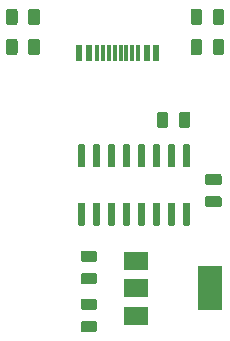
<source format=gtp>
G04 #@! TF.GenerationSoftware,KiCad,Pcbnew,(5.1.5)-3*
G04 #@! TF.CreationDate,2020-06-01T09:33:33-04:00*
G04 #@! TF.ProjectId,OpenUSB2Serial,4f70656e-5553-4423-9253-657269616c2e,rev?*
G04 #@! TF.SameCoordinates,Original*
G04 #@! TF.FileFunction,Paste,Top*
G04 #@! TF.FilePolarity,Positive*
%FSLAX46Y46*%
G04 Gerber Fmt 4.6, Leading zero omitted, Abs format (unit mm)*
G04 Created by KiCad (PCBNEW (5.1.5)-3) date 2020-06-01 09:33:33*
%MOMM*%
%LPD*%
G04 APERTURE LIST*
%ADD10C,0.100000*%
%ADD11R,2.000000X1.500000*%
%ADD12R,2.000000X3.800000*%
%ADD13R,0.600000X1.450000*%
%ADD14R,0.300000X1.450000*%
G04 APERTURE END LIST*
D10*
G36*
X117587942Y-78625374D02*
G01*
X117611603Y-78628884D01*
X117634807Y-78634696D01*
X117657329Y-78642754D01*
X117678953Y-78652982D01*
X117699470Y-78665279D01*
X117718683Y-78679529D01*
X117736407Y-78695593D01*
X117752471Y-78713317D01*
X117766721Y-78732530D01*
X117779018Y-78753047D01*
X117789246Y-78774671D01*
X117797304Y-78797193D01*
X117803116Y-78820397D01*
X117806626Y-78844058D01*
X117807800Y-78867950D01*
X117807800Y-79780450D01*
X117806626Y-79804342D01*
X117803116Y-79828003D01*
X117797304Y-79851207D01*
X117789246Y-79873729D01*
X117779018Y-79895353D01*
X117766721Y-79915870D01*
X117752471Y-79935083D01*
X117736407Y-79952807D01*
X117718683Y-79968871D01*
X117699470Y-79983121D01*
X117678953Y-79995418D01*
X117657329Y-80005646D01*
X117634807Y-80013704D01*
X117611603Y-80019516D01*
X117587942Y-80023026D01*
X117564050Y-80024200D01*
X117076550Y-80024200D01*
X117052658Y-80023026D01*
X117028997Y-80019516D01*
X117005793Y-80013704D01*
X116983271Y-80005646D01*
X116961647Y-79995418D01*
X116941130Y-79983121D01*
X116921917Y-79968871D01*
X116904193Y-79952807D01*
X116888129Y-79935083D01*
X116873879Y-79915870D01*
X116861582Y-79895353D01*
X116851354Y-79873729D01*
X116843296Y-79851207D01*
X116837484Y-79828003D01*
X116833974Y-79804342D01*
X116832800Y-79780450D01*
X116832800Y-78867950D01*
X116833974Y-78844058D01*
X116837484Y-78820397D01*
X116843296Y-78797193D01*
X116851354Y-78774671D01*
X116861582Y-78753047D01*
X116873879Y-78732530D01*
X116888129Y-78713317D01*
X116904193Y-78695593D01*
X116921917Y-78679529D01*
X116941130Y-78665279D01*
X116961647Y-78652982D01*
X116983271Y-78642754D01*
X117005793Y-78634696D01*
X117028997Y-78628884D01*
X117052658Y-78625374D01*
X117076550Y-78624200D01*
X117564050Y-78624200D01*
X117587942Y-78625374D01*
G37*
G36*
X115712942Y-78625374D02*
G01*
X115736603Y-78628884D01*
X115759807Y-78634696D01*
X115782329Y-78642754D01*
X115803953Y-78652982D01*
X115824470Y-78665279D01*
X115843683Y-78679529D01*
X115861407Y-78695593D01*
X115877471Y-78713317D01*
X115891721Y-78732530D01*
X115904018Y-78753047D01*
X115914246Y-78774671D01*
X115922304Y-78797193D01*
X115928116Y-78820397D01*
X115931626Y-78844058D01*
X115932800Y-78867950D01*
X115932800Y-79780450D01*
X115931626Y-79804342D01*
X115928116Y-79828003D01*
X115922304Y-79851207D01*
X115914246Y-79873729D01*
X115904018Y-79895353D01*
X115891721Y-79915870D01*
X115877471Y-79935083D01*
X115861407Y-79952807D01*
X115843683Y-79968871D01*
X115824470Y-79983121D01*
X115803953Y-79995418D01*
X115782329Y-80005646D01*
X115759807Y-80013704D01*
X115736603Y-80019516D01*
X115712942Y-80023026D01*
X115689050Y-80024200D01*
X115201550Y-80024200D01*
X115177658Y-80023026D01*
X115153997Y-80019516D01*
X115130793Y-80013704D01*
X115108271Y-80005646D01*
X115086647Y-79995418D01*
X115066130Y-79983121D01*
X115046917Y-79968871D01*
X115029193Y-79952807D01*
X115013129Y-79935083D01*
X114998879Y-79915870D01*
X114986582Y-79895353D01*
X114976354Y-79873729D01*
X114968296Y-79851207D01*
X114962484Y-79828003D01*
X114958974Y-79804342D01*
X114957800Y-79780450D01*
X114957800Y-78867950D01*
X114958974Y-78844058D01*
X114962484Y-78820397D01*
X114968296Y-78797193D01*
X114976354Y-78774671D01*
X114986582Y-78753047D01*
X114998879Y-78732530D01*
X115013129Y-78713317D01*
X115029193Y-78695593D01*
X115046917Y-78679529D01*
X115066130Y-78665279D01*
X115086647Y-78652982D01*
X115108271Y-78642754D01*
X115130793Y-78634696D01*
X115153997Y-78628884D01*
X115177658Y-78625374D01*
X115201550Y-78624200D01*
X115689050Y-78624200D01*
X115712942Y-78625374D01*
G37*
G36*
X120463642Y-69901174D02*
G01*
X120487303Y-69904684D01*
X120510507Y-69910496D01*
X120533029Y-69918554D01*
X120554653Y-69928782D01*
X120575170Y-69941079D01*
X120594383Y-69955329D01*
X120612107Y-69971393D01*
X120628171Y-69989117D01*
X120642421Y-70008330D01*
X120654718Y-70028847D01*
X120664946Y-70050471D01*
X120673004Y-70072993D01*
X120678816Y-70096197D01*
X120682326Y-70119858D01*
X120683500Y-70143750D01*
X120683500Y-71056250D01*
X120682326Y-71080142D01*
X120678816Y-71103803D01*
X120673004Y-71127007D01*
X120664946Y-71149529D01*
X120654718Y-71171153D01*
X120642421Y-71191670D01*
X120628171Y-71210883D01*
X120612107Y-71228607D01*
X120594383Y-71244671D01*
X120575170Y-71258921D01*
X120554653Y-71271218D01*
X120533029Y-71281446D01*
X120510507Y-71289504D01*
X120487303Y-71295316D01*
X120463642Y-71298826D01*
X120439750Y-71300000D01*
X119952250Y-71300000D01*
X119928358Y-71298826D01*
X119904697Y-71295316D01*
X119881493Y-71289504D01*
X119858971Y-71281446D01*
X119837347Y-71271218D01*
X119816830Y-71258921D01*
X119797617Y-71244671D01*
X119779893Y-71228607D01*
X119763829Y-71210883D01*
X119749579Y-71191670D01*
X119737282Y-71171153D01*
X119727054Y-71149529D01*
X119718996Y-71127007D01*
X119713184Y-71103803D01*
X119709674Y-71080142D01*
X119708500Y-71056250D01*
X119708500Y-70143750D01*
X119709674Y-70119858D01*
X119713184Y-70096197D01*
X119718996Y-70072993D01*
X119727054Y-70050471D01*
X119737282Y-70028847D01*
X119749579Y-70008330D01*
X119763829Y-69989117D01*
X119779893Y-69971393D01*
X119797617Y-69955329D01*
X119816830Y-69941079D01*
X119837347Y-69928782D01*
X119858971Y-69918554D01*
X119881493Y-69910496D01*
X119904697Y-69904684D01*
X119928358Y-69901174D01*
X119952250Y-69900000D01*
X120439750Y-69900000D01*
X120463642Y-69901174D01*
G37*
G36*
X118588642Y-69901174D02*
G01*
X118612303Y-69904684D01*
X118635507Y-69910496D01*
X118658029Y-69918554D01*
X118679653Y-69928782D01*
X118700170Y-69941079D01*
X118719383Y-69955329D01*
X118737107Y-69971393D01*
X118753171Y-69989117D01*
X118767421Y-70008330D01*
X118779718Y-70028847D01*
X118789946Y-70050471D01*
X118798004Y-70072993D01*
X118803816Y-70096197D01*
X118807326Y-70119858D01*
X118808500Y-70143750D01*
X118808500Y-71056250D01*
X118807326Y-71080142D01*
X118803816Y-71103803D01*
X118798004Y-71127007D01*
X118789946Y-71149529D01*
X118779718Y-71171153D01*
X118767421Y-71191670D01*
X118753171Y-71210883D01*
X118737107Y-71228607D01*
X118719383Y-71244671D01*
X118700170Y-71258921D01*
X118679653Y-71271218D01*
X118658029Y-71281446D01*
X118635507Y-71289504D01*
X118612303Y-71295316D01*
X118588642Y-71298826D01*
X118564750Y-71300000D01*
X118077250Y-71300000D01*
X118053358Y-71298826D01*
X118029697Y-71295316D01*
X118006493Y-71289504D01*
X117983971Y-71281446D01*
X117962347Y-71271218D01*
X117941830Y-71258921D01*
X117922617Y-71244671D01*
X117904893Y-71228607D01*
X117888829Y-71210883D01*
X117874579Y-71191670D01*
X117862282Y-71171153D01*
X117852054Y-71149529D01*
X117843996Y-71127007D01*
X117838184Y-71103803D01*
X117834674Y-71080142D01*
X117833500Y-71056250D01*
X117833500Y-70143750D01*
X117834674Y-70119858D01*
X117838184Y-70096197D01*
X117843996Y-70072993D01*
X117852054Y-70050471D01*
X117862282Y-70028847D01*
X117874579Y-70008330D01*
X117888829Y-69989117D01*
X117904893Y-69971393D01*
X117922617Y-69955329D01*
X117941830Y-69941079D01*
X117962347Y-69928782D01*
X117983971Y-69918554D01*
X118006493Y-69910496D01*
X118029697Y-69904684D01*
X118053358Y-69901174D01*
X118077250Y-69900000D01*
X118564750Y-69900000D01*
X118588642Y-69901174D01*
G37*
D11*
X113182000Y-91299000D03*
X113182000Y-95899000D03*
X113182000Y-93599000D03*
D12*
X119482000Y-93599000D03*
D10*
G36*
X117639703Y-86336722D02*
G01*
X117654264Y-86338882D01*
X117668543Y-86342459D01*
X117682403Y-86347418D01*
X117695710Y-86353712D01*
X117708336Y-86361280D01*
X117720159Y-86370048D01*
X117731066Y-86379934D01*
X117740952Y-86390841D01*
X117749720Y-86402664D01*
X117757288Y-86415290D01*
X117763582Y-86428597D01*
X117768541Y-86442457D01*
X117772118Y-86456736D01*
X117774278Y-86471297D01*
X117775000Y-86486000D01*
X117775000Y-88136000D01*
X117774278Y-88150703D01*
X117772118Y-88165264D01*
X117768541Y-88179543D01*
X117763582Y-88193403D01*
X117757288Y-88206710D01*
X117749720Y-88219336D01*
X117740952Y-88231159D01*
X117731066Y-88242066D01*
X117720159Y-88251952D01*
X117708336Y-88260720D01*
X117695710Y-88268288D01*
X117682403Y-88274582D01*
X117668543Y-88279541D01*
X117654264Y-88283118D01*
X117639703Y-88285278D01*
X117625000Y-88286000D01*
X117325000Y-88286000D01*
X117310297Y-88285278D01*
X117295736Y-88283118D01*
X117281457Y-88279541D01*
X117267597Y-88274582D01*
X117254290Y-88268288D01*
X117241664Y-88260720D01*
X117229841Y-88251952D01*
X117218934Y-88242066D01*
X117209048Y-88231159D01*
X117200280Y-88219336D01*
X117192712Y-88206710D01*
X117186418Y-88193403D01*
X117181459Y-88179543D01*
X117177882Y-88165264D01*
X117175722Y-88150703D01*
X117175000Y-88136000D01*
X117175000Y-86486000D01*
X117175722Y-86471297D01*
X117177882Y-86456736D01*
X117181459Y-86442457D01*
X117186418Y-86428597D01*
X117192712Y-86415290D01*
X117200280Y-86402664D01*
X117209048Y-86390841D01*
X117218934Y-86379934D01*
X117229841Y-86370048D01*
X117241664Y-86361280D01*
X117254290Y-86353712D01*
X117267597Y-86347418D01*
X117281457Y-86342459D01*
X117295736Y-86338882D01*
X117310297Y-86336722D01*
X117325000Y-86336000D01*
X117625000Y-86336000D01*
X117639703Y-86336722D01*
G37*
G36*
X116369703Y-86336722D02*
G01*
X116384264Y-86338882D01*
X116398543Y-86342459D01*
X116412403Y-86347418D01*
X116425710Y-86353712D01*
X116438336Y-86361280D01*
X116450159Y-86370048D01*
X116461066Y-86379934D01*
X116470952Y-86390841D01*
X116479720Y-86402664D01*
X116487288Y-86415290D01*
X116493582Y-86428597D01*
X116498541Y-86442457D01*
X116502118Y-86456736D01*
X116504278Y-86471297D01*
X116505000Y-86486000D01*
X116505000Y-88136000D01*
X116504278Y-88150703D01*
X116502118Y-88165264D01*
X116498541Y-88179543D01*
X116493582Y-88193403D01*
X116487288Y-88206710D01*
X116479720Y-88219336D01*
X116470952Y-88231159D01*
X116461066Y-88242066D01*
X116450159Y-88251952D01*
X116438336Y-88260720D01*
X116425710Y-88268288D01*
X116412403Y-88274582D01*
X116398543Y-88279541D01*
X116384264Y-88283118D01*
X116369703Y-88285278D01*
X116355000Y-88286000D01*
X116055000Y-88286000D01*
X116040297Y-88285278D01*
X116025736Y-88283118D01*
X116011457Y-88279541D01*
X115997597Y-88274582D01*
X115984290Y-88268288D01*
X115971664Y-88260720D01*
X115959841Y-88251952D01*
X115948934Y-88242066D01*
X115939048Y-88231159D01*
X115930280Y-88219336D01*
X115922712Y-88206710D01*
X115916418Y-88193403D01*
X115911459Y-88179543D01*
X115907882Y-88165264D01*
X115905722Y-88150703D01*
X115905000Y-88136000D01*
X115905000Y-86486000D01*
X115905722Y-86471297D01*
X115907882Y-86456736D01*
X115911459Y-86442457D01*
X115916418Y-86428597D01*
X115922712Y-86415290D01*
X115930280Y-86402664D01*
X115939048Y-86390841D01*
X115948934Y-86379934D01*
X115959841Y-86370048D01*
X115971664Y-86361280D01*
X115984290Y-86353712D01*
X115997597Y-86347418D01*
X116011457Y-86342459D01*
X116025736Y-86338882D01*
X116040297Y-86336722D01*
X116055000Y-86336000D01*
X116355000Y-86336000D01*
X116369703Y-86336722D01*
G37*
G36*
X115099703Y-86336722D02*
G01*
X115114264Y-86338882D01*
X115128543Y-86342459D01*
X115142403Y-86347418D01*
X115155710Y-86353712D01*
X115168336Y-86361280D01*
X115180159Y-86370048D01*
X115191066Y-86379934D01*
X115200952Y-86390841D01*
X115209720Y-86402664D01*
X115217288Y-86415290D01*
X115223582Y-86428597D01*
X115228541Y-86442457D01*
X115232118Y-86456736D01*
X115234278Y-86471297D01*
X115235000Y-86486000D01*
X115235000Y-88136000D01*
X115234278Y-88150703D01*
X115232118Y-88165264D01*
X115228541Y-88179543D01*
X115223582Y-88193403D01*
X115217288Y-88206710D01*
X115209720Y-88219336D01*
X115200952Y-88231159D01*
X115191066Y-88242066D01*
X115180159Y-88251952D01*
X115168336Y-88260720D01*
X115155710Y-88268288D01*
X115142403Y-88274582D01*
X115128543Y-88279541D01*
X115114264Y-88283118D01*
X115099703Y-88285278D01*
X115085000Y-88286000D01*
X114785000Y-88286000D01*
X114770297Y-88285278D01*
X114755736Y-88283118D01*
X114741457Y-88279541D01*
X114727597Y-88274582D01*
X114714290Y-88268288D01*
X114701664Y-88260720D01*
X114689841Y-88251952D01*
X114678934Y-88242066D01*
X114669048Y-88231159D01*
X114660280Y-88219336D01*
X114652712Y-88206710D01*
X114646418Y-88193403D01*
X114641459Y-88179543D01*
X114637882Y-88165264D01*
X114635722Y-88150703D01*
X114635000Y-88136000D01*
X114635000Y-86486000D01*
X114635722Y-86471297D01*
X114637882Y-86456736D01*
X114641459Y-86442457D01*
X114646418Y-86428597D01*
X114652712Y-86415290D01*
X114660280Y-86402664D01*
X114669048Y-86390841D01*
X114678934Y-86379934D01*
X114689841Y-86370048D01*
X114701664Y-86361280D01*
X114714290Y-86353712D01*
X114727597Y-86347418D01*
X114741457Y-86342459D01*
X114755736Y-86338882D01*
X114770297Y-86336722D01*
X114785000Y-86336000D01*
X115085000Y-86336000D01*
X115099703Y-86336722D01*
G37*
G36*
X113829703Y-86336722D02*
G01*
X113844264Y-86338882D01*
X113858543Y-86342459D01*
X113872403Y-86347418D01*
X113885710Y-86353712D01*
X113898336Y-86361280D01*
X113910159Y-86370048D01*
X113921066Y-86379934D01*
X113930952Y-86390841D01*
X113939720Y-86402664D01*
X113947288Y-86415290D01*
X113953582Y-86428597D01*
X113958541Y-86442457D01*
X113962118Y-86456736D01*
X113964278Y-86471297D01*
X113965000Y-86486000D01*
X113965000Y-88136000D01*
X113964278Y-88150703D01*
X113962118Y-88165264D01*
X113958541Y-88179543D01*
X113953582Y-88193403D01*
X113947288Y-88206710D01*
X113939720Y-88219336D01*
X113930952Y-88231159D01*
X113921066Y-88242066D01*
X113910159Y-88251952D01*
X113898336Y-88260720D01*
X113885710Y-88268288D01*
X113872403Y-88274582D01*
X113858543Y-88279541D01*
X113844264Y-88283118D01*
X113829703Y-88285278D01*
X113815000Y-88286000D01*
X113515000Y-88286000D01*
X113500297Y-88285278D01*
X113485736Y-88283118D01*
X113471457Y-88279541D01*
X113457597Y-88274582D01*
X113444290Y-88268288D01*
X113431664Y-88260720D01*
X113419841Y-88251952D01*
X113408934Y-88242066D01*
X113399048Y-88231159D01*
X113390280Y-88219336D01*
X113382712Y-88206710D01*
X113376418Y-88193403D01*
X113371459Y-88179543D01*
X113367882Y-88165264D01*
X113365722Y-88150703D01*
X113365000Y-88136000D01*
X113365000Y-86486000D01*
X113365722Y-86471297D01*
X113367882Y-86456736D01*
X113371459Y-86442457D01*
X113376418Y-86428597D01*
X113382712Y-86415290D01*
X113390280Y-86402664D01*
X113399048Y-86390841D01*
X113408934Y-86379934D01*
X113419841Y-86370048D01*
X113431664Y-86361280D01*
X113444290Y-86353712D01*
X113457597Y-86347418D01*
X113471457Y-86342459D01*
X113485736Y-86338882D01*
X113500297Y-86336722D01*
X113515000Y-86336000D01*
X113815000Y-86336000D01*
X113829703Y-86336722D01*
G37*
G36*
X112559703Y-86336722D02*
G01*
X112574264Y-86338882D01*
X112588543Y-86342459D01*
X112602403Y-86347418D01*
X112615710Y-86353712D01*
X112628336Y-86361280D01*
X112640159Y-86370048D01*
X112651066Y-86379934D01*
X112660952Y-86390841D01*
X112669720Y-86402664D01*
X112677288Y-86415290D01*
X112683582Y-86428597D01*
X112688541Y-86442457D01*
X112692118Y-86456736D01*
X112694278Y-86471297D01*
X112695000Y-86486000D01*
X112695000Y-88136000D01*
X112694278Y-88150703D01*
X112692118Y-88165264D01*
X112688541Y-88179543D01*
X112683582Y-88193403D01*
X112677288Y-88206710D01*
X112669720Y-88219336D01*
X112660952Y-88231159D01*
X112651066Y-88242066D01*
X112640159Y-88251952D01*
X112628336Y-88260720D01*
X112615710Y-88268288D01*
X112602403Y-88274582D01*
X112588543Y-88279541D01*
X112574264Y-88283118D01*
X112559703Y-88285278D01*
X112545000Y-88286000D01*
X112245000Y-88286000D01*
X112230297Y-88285278D01*
X112215736Y-88283118D01*
X112201457Y-88279541D01*
X112187597Y-88274582D01*
X112174290Y-88268288D01*
X112161664Y-88260720D01*
X112149841Y-88251952D01*
X112138934Y-88242066D01*
X112129048Y-88231159D01*
X112120280Y-88219336D01*
X112112712Y-88206710D01*
X112106418Y-88193403D01*
X112101459Y-88179543D01*
X112097882Y-88165264D01*
X112095722Y-88150703D01*
X112095000Y-88136000D01*
X112095000Y-86486000D01*
X112095722Y-86471297D01*
X112097882Y-86456736D01*
X112101459Y-86442457D01*
X112106418Y-86428597D01*
X112112712Y-86415290D01*
X112120280Y-86402664D01*
X112129048Y-86390841D01*
X112138934Y-86379934D01*
X112149841Y-86370048D01*
X112161664Y-86361280D01*
X112174290Y-86353712D01*
X112187597Y-86347418D01*
X112201457Y-86342459D01*
X112215736Y-86338882D01*
X112230297Y-86336722D01*
X112245000Y-86336000D01*
X112545000Y-86336000D01*
X112559703Y-86336722D01*
G37*
G36*
X111289703Y-86336722D02*
G01*
X111304264Y-86338882D01*
X111318543Y-86342459D01*
X111332403Y-86347418D01*
X111345710Y-86353712D01*
X111358336Y-86361280D01*
X111370159Y-86370048D01*
X111381066Y-86379934D01*
X111390952Y-86390841D01*
X111399720Y-86402664D01*
X111407288Y-86415290D01*
X111413582Y-86428597D01*
X111418541Y-86442457D01*
X111422118Y-86456736D01*
X111424278Y-86471297D01*
X111425000Y-86486000D01*
X111425000Y-88136000D01*
X111424278Y-88150703D01*
X111422118Y-88165264D01*
X111418541Y-88179543D01*
X111413582Y-88193403D01*
X111407288Y-88206710D01*
X111399720Y-88219336D01*
X111390952Y-88231159D01*
X111381066Y-88242066D01*
X111370159Y-88251952D01*
X111358336Y-88260720D01*
X111345710Y-88268288D01*
X111332403Y-88274582D01*
X111318543Y-88279541D01*
X111304264Y-88283118D01*
X111289703Y-88285278D01*
X111275000Y-88286000D01*
X110975000Y-88286000D01*
X110960297Y-88285278D01*
X110945736Y-88283118D01*
X110931457Y-88279541D01*
X110917597Y-88274582D01*
X110904290Y-88268288D01*
X110891664Y-88260720D01*
X110879841Y-88251952D01*
X110868934Y-88242066D01*
X110859048Y-88231159D01*
X110850280Y-88219336D01*
X110842712Y-88206710D01*
X110836418Y-88193403D01*
X110831459Y-88179543D01*
X110827882Y-88165264D01*
X110825722Y-88150703D01*
X110825000Y-88136000D01*
X110825000Y-86486000D01*
X110825722Y-86471297D01*
X110827882Y-86456736D01*
X110831459Y-86442457D01*
X110836418Y-86428597D01*
X110842712Y-86415290D01*
X110850280Y-86402664D01*
X110859048Y-86390841D01*
X110868934Y-86379934D01*
X110879841Y-86370048D01*
X110891664Y-86361280D01*
X110904290Y-86353712D01*
X110917597Y-86347418D01*
X110931457Y-86342459D01*
X110945736Y-86338882D01*
X110960297Y-86336722D01*
X110975000Y-86336000D01*
X111275000Y-86336000D01*
X111289703Y-86336722D01*
G37*
G36*
X110019703Y-86336722D02*
G01*
X110034264Y-86338882D01*
X110048543Y-86342459D01*
X110062403Y-86347418D01*
X110075710Y-86353712D01*
X110088336Y-86361280D01*
X110100159Y-86370048D01*
X110111066Y-86379934D01*
X110120952Y-86390841D01*
X110129720Y-86402664D01*
X110137288Y-86415290D01*
X110143582Y-86428597D01*
X110148541Y-86442457D01*
X110152118Y-86456736D01*
X110154278Y-86471297D01*
X110155000Y-86486000D01*
X110155000Y-88136000D01*
X110154278Y-88150703D01*
X110152118Y-88165264D01*
X110148541Y-88179543D01*
X110143582Y-88193403D01*
X110137288Y-88206710D01*
X110129720Y-88219336D01*
X110120952Y-88231159D01*
X110111066Y-88242066D01*
X110100159Y-88251952D01*
X110088336Y-88260720D01*
X110075710Y-88268288D01*
X110062403Y-88274582D01*
X110048543Y-88279541D01*
X110034264Y-88283118D01*
X110019703Y-88285278D01*
X110005000Y-88286000D01*
X109705000Y-88286000D01*
X109690297Y-88285278D01*
X109675736Y-88283118D01*
X109661457Y-88279541D01*
X109647597Y-88274582D01*
X109634290Y-88268288D01*
X109621664Y-88260720D01*
X109609841Y-88251952D01*
X109598934Y-88242066D01*
X109589048Y-88231159D01*
X109580280Y-88219336D01*
X109572712Y-88206710D01*
X109566418Y-88193403D01*
X109561459Y-88179543D01*
X109557882Y-88165264D01*
X109555722Y-88150703D01*
X109555000Y-88136000D01*
X109555000Y-86486000D01*
X109555722Y-86471297D01*
X109557882Y-86456736D01*
X109561459Y-86442457D01*
X109566418Y-86428597D01*
X109572712Y-86415290D01*
X109580280Y-86402664D01*
X109589048Y-86390841D01*
X109598934Y-86379934D01*
X109609841Y-86370048D01*
X109621664Y-86361280D01*
X109634290Y-86353712D01*
X109647597Y-86347418D01*
X109661457Y-86342459D01*
X109675736Y-86338882D01*
X109690297Y-86336722D01*
X109705000Y-86336000D01*
X110005000Y-86336000D01*
X110019703Y-86336722D01*
G37*
G36*
X108749703Y-86336722D02*
G01*
X108764264Y-86338882D01*
X108778543Y-86342459D01*
X108792403Y-86347418D01*
X108805710Y-86353712D01*
X108818336Y-86361280D01*
X108830159Y-86370048D01*
X108841066Y-86379934D01*
X108850952Y-86390841D01*
X108859720Y-86402664D01*
X108867288Y-86415290D01*
X108873582Y-86428597D01*
X108878541Y-86442457D01*
X108882118Y-86456736D01*
X108884278Y-86471297D01*
X108885000Y-86486000D01*
X108885000Y-88136000D01*
X108884278Y-88150703D01*
X108882118Y-88165264D01*
X108878541Y-88179543D01*
X108873582Y-88193403D01*
X108867288Y-88206710D01*
X108859720Y-88219336D01*
X108850952Y-88231159D01*
X108841066Y-88242066D01*
X108830159Y-88251952D01*
X108818336Y-88260720D01*
X108805710Y-88268288D01*
X108792403Y-88274582D01*
X108778543Y-88279541D01*
X108764264Y-88283118D01*
X108749703Y-88285278D01*
X108735000Y-88286000D01*
X108435000Y-88286000D01*
X108420297Y-88285278D01*
X108405736Y-88283118D01*
X108391457Y-88279541D01*
X108377597Y-88274582D01*
X108364290Y-88268288D01*
X108351664Y-88260720D01*
X108339841Y-88251952D01*
X108328934Y-88242066D01*
X108319048Y-88231159D01*
X108310280Y-88219336D01*
X108302712Y-88206710D01*
X108296418Y-88193403D01*
X108291459Y-88179543D01*
X108287882Y-88165264D01*
X108285722Y-88150703D01*
X108285000Y-88136000D01*
X108285000Y-86486000D01*
X108285722Y-86471297D01*
X108287882Y-86456736D01*
X108291459Y-86442457D01*
X108296418Y-86428597D01*
X108302712Y-86415290D01*
X108310280Y-86402664D01*
X108319048Y-86390841D01*
X108328934Y-86379934D01*
X108339841Y-86370048D01*
X108351664Y-86361280D01*
X108364290Y-86353712D01*
X108377597Y-86347418D01*
X108391457Y-86342459D01*
X108405736Y-86338882D01*
X108420297Y-86336722D01*
X108435000Y-86336000D01*
X108735000Y-86336000D01*
X108749703Y-86336722D01*
G37*
G36*
X108749703Y-81386722D02*
G01*
X108764264Y-81388882D01*
X108778543Y-81392459D01*
X108792403Y-81397418D01*
X108805710Y-81403712D01*
X108818336Y-81411280D01*
X108830159Y-81420048D01*
X108841066Y-81429934D01*
X108850952Y-81440841D01*
X108859720Y-81452664D01*
X108867288Y-81465290D01*
X108873582Y-81478597D01*
X108878541Y-81492457D01*
X108882118Y-81506736D01*
X108884278Y-81521297D01*
X108885000Y-81536000D01*
X108885000Y-83186000D01*
X108884278Y-83200703D01*
X108882118Y-83215264D01*
X108878541Y-83229543D01*
X108873582Y-83243403D01*
X108867288Y-83256710D01*
X108859720Y-83269336D01*
X108850952Y-83281159D01*
X108841066Y-83292066D01*
X108830159Y-83301952D01*
X108818336Y-83310720D01*
X108805710Y-83318288D01*
X108792403Y-83324582D01*
X108778543Y-83329541D01*
X108764264Y-83333118D01*
X108749703Y-83335278D01*
X108735000Y-83336000D01*
X108435000Y-83336000D01*
X108420297Y-83335278D01*
X108405736Y-83333118D01*
X108391457Y-83329541D01*
X108377597Y-83324582D01*
X108364290Y-83318288D01*
X108351664Y-83310720D01*
X108339841Y-83301952D01*
X108328934Y-83292066D01*
X108319048Y-83281159D01*
X108310280Y-83269336D01*
X108302712Y-83256710D01*
X108296418Y-83243403D01*
X108291459Y-83229543D01*
X108287882Y-83215264D01*
X108285722Y-83200703D01*
X108285000Y-83186000D01*
X108285000Y-81536000D01*
X108285722Y-81521297D01*
X108287882Y-81506736D01*
X108291459Y-81492457D01*
X108296418Y-81478597D01*
X108302712Y-81465290D01*
X108310280Y-81452664D01*
X108319048Y-81440841D01*
X108328934Y-81429934D01*
X108339841Y-81420048D01*
X108351664Y-81411280D01*
X108364290Y-81403712D01*
X108377597Y-81397418D01*
X108391457Y-81392459D01*
X108405736Y-81388882D01*
X108420297Y-81386722D01*
X108435000Y-81386000D01*
X108735000Y-81386000D01*
X108749703Y-81386722D01*
G37*
G36*
X110019703Y-81386722D02*
G01*
X110034264Y-81388882D01*
X110048543Y-81392459D01*
X110062403Y-81397418D01*
X110075710Y-81403712D01*
X110088336Y-81411280D01*
X110100159Y-81420048D01*
X110111066Y-81429934D01*
X110120952Y-81440841D01*
X110129720Y-81452664D01*
X110137288Y-81465290D01*
X110143582Y-81478597D01*
X110148541Y-81492457D01*
X110152118Y-81506736D01*
X110154278Y-81521297D01*
X110155000Y-81536000D01*
X110155000Y-83186000D01*
X110154278Y-83200703D01*
X110152118Y-83215264D01*
X110148541Y-83229543D01*
X110143582Y-83243403D01*
X110137288Y-83256710D01*
X110129720Y-83269336D01*
X110120952Y-83281159D01*
X110111066Y-83292066D01*
X110100159Y-83301952D01*
X110088336Y-83310720D01*
X110075710Y-83318288D01*
X110062403Y-83324582D01*
X110048543Y-83329541D01*
X110034264Y-83333118D01*
X110019703Y-83335278D01*
X110005000Y-83336000D01*
X109705000Y-83336000D01*
X109690297Y-83335278D01*
X109675736Y-83333118D01*
X109661457Y-83329541D01*
X109647597Y-83324582D01*
X109634290Y-83318288D01*
X109621664Y-83310720D01*
X109609841Y-83301952D01*
X109598934Y-83292066D01*
X109589048Y-83281159D01*
X109580280Y-83269336D01*
X109572712Y-83256710D01*
X109566418Y-83243403D01*
X109561459Y-83229543D01*
X109557882Y-83215264D01*
X109555722Y-83200703D01*
X109555000Y-83186000D01*
X109555000Y-81536000D01*
X109555722Y-81521297D01*
X109557882Y-81506736D01*
X109561459Y-81492457D01*
X109566418Y-81478597D01*
X109572712Y-81465290D01*
X109580280Y-81452664D01*
X109589048Y-81440841D01*
X109598934Y-81429934D01*
X109609841Y-81420048D01*
X109621664Y-81411280D01*
X109634290Y-81403712D01*
X109647597Y-81397418D01*
X109661457Y-81392459D01*
X109675736Y-81388882D01*
X109690297Y-81386722D01*
X109705000Y-81386000D01*
X110005000Y-81386000D01*
X110019703Y-81386722D01*
G37*
G36*
X111289703Y-81386722D02*
G01*
X111304264Y-81388882D01*
X111318543Y-81392459D01*
X111332403Y-81397418D01*
X111345710Y-81403712D01*
X111358336Y-81411280D01*
X111370159Y-81420048D01*
X111381066Y-81429934D01*
X111390952Y-81440841D01*
X111399720Y-81452664D01*
X111407288Y-81465290D01*
X111413582Y-81478597D01*
X111418541Y-81492457D01*
X111422118Y-81506736D01*
X111424278Y-81521297D01*
X111425000Y-81536000D01*
X111425000Y-83186000D01*
X111424278Y-83200703D01*
X111422118Y-83215264D01*
X111418541Y-83229543D01*
X111413582Y-83243403D01*
X111407288Y-83256710D01*
X111399720Y-83269336D01*
X111390952Y-83281159D01*
X111381066Y-83292066D01*
X111370159Y-83301952D01*
X111358336Y-83310720D01*
X111345710Y-83318288D01*
X111332403Y-83324582D01*
X111318543Y-83329541D01*
X111304264Y-83333118D01*
X111289703Y-83335278D01*
X111275000Y-83336000D01*
X110975000Y-83336000D01*
X110960297Y-83335278D01*
X110945736Y-83333118D01*
X110931457Y-83329541D01*
X110917597Y-83324582D01*
X110904290Y-83318288D01*
X110891664Y-83310720D01*
X110879841Y-83301952D01*
X110868934Y-83292066D01*
X110859048Y-83281159D01*
X110850280Y-83269336D01*
X110842712Y-83256710D01*
X110836418Y-83243403D01*
X110831459Y-83229543D01*
X110827882Y-83215264D01*
X110825722Y-83200703D01*
X110825000Y-83186000D01*
X110825000Y-81536000D01*
X110825722Y-81521297D01*
X110827882Y-81506736D01*
X110831459Y-81492457D01*
X110836418Y-81478597D01*
X110842712Y-81465290D01*
X110850280Y-81452664D01*
X110859048Y-81440841D01*
X110868934Y-81429934D01*
X110879841Y-81420048D01*
X110891664Y-81411280D01*
X110904290Y-81403712D01*
X110917597Y-81397418D01*
X110931457Y-81392459D01*
X110945736Y-81388882D01*
X110960297Y-81386722D01*
X110975000Y-81386000D01*
X111275000Y-81386000D01*
X111289703Y-81386722D01*
G37*
G36*
X112559703Y-81386722D02*
G01*
X112574264Y-81388882D01*
X112588543Y-81392459D01*
X112602403Y-81397418D01*
X112615710Y-81403712D01*
X112628336Y-81411280D01*
X112640159Y-81420048D01*
X112651066Y-81429934D01*
X112660952Y-81440841D01*
X112669720Y-81452664D01*
X112677288Y-81465290D01*
X112683582Y-81478597D01*
X112688541Y-81492457D01*
X112692118Y-81506736D01*
X112694278Y-81521297D01*
X112695000Y-81536000D01*
X112695000Y-83186000D01*
X112694278Y-83200703D01*
X112692118Y-83215264D01*
X112688541Y-83229543D01*
X112683582Y-83243403D01*
X112677288Y-83256710D01*
X112669720Y-83269336D01*
X112660952Y-83281159D01*
X112651066Y-83292066D01*
X112640159Y-83301952D01*
X112628336Y-83310720D01*
X112615710Y-83318288D01*
X112602403Y-83324582D01*
X112588543Y-83329541D01*
X112574264Y-83333118D01*
X112559703Y-83335278D01*
X112545000Y-83336000D01*
X112245000Y-83336000D01*
X112230297Y-83335278D01*
X112215736Y-83333118D01*
X112201457Y-83329541D01*
X112187597Y-83324582D01*
X112174290Y-83318288D01*
X112161664Y-83310720D01*
X112149841Y-83301952D01*
X112138934Y-83292066D01*
X112129048Y-83281159D01*
X112120280Y-83269336D01*
X112112712Y-83256710D01*
X112106418Y-83243403D01*
X112101459Y-83229543D01*
X112097882Y-83215264D01*
X112095722Y-83200703D01*
X112095000Y-83186000D01*
X112095000Y-81536000D01*
X112095722Y-81521297D01*
X112097882Y-81506736D01*
X112101459Y-81492457D01*
X112106418Y-81478597D01*
X112112712Y-81465290D01*
X112120280Y-81452664D01*
X112129048Y-81440841D01*
X112138934Y-81429934D01*
X112149841Y-81420048D01*
X112161664Y-81411280D01*
X112174290Y-81403712D01*
X112187597Y-81397418D01*
X112201457Y-81392459D01*
X112215736Y-81388882D01*
X112230297Y-81386722D01*
X112245000Y-81386000D01*
X112545000Y-81386000D01*
X112559703Y-81386722D01*
G37*
G36*
X113829703Y-81386722D02*
G01*
X113844264Y-81388882D01*
X113858543Y-81392459D01*
X113872403Y-81397418D01*
X113885710Y-81403712D01*
X113898336Y-81411280D01*
X113910159Y-81420048D01*
X113921066Y-81429934D01*
X113930952Y-81440841D01*
X113939720Y-81452664D01*
X113947288Y-81465290D01*
X113953582Y-81478597D01*
X113958541Y-81492457D01*
X113962118Y-81506736D01*
X113964278Y-81521297D01*
X113965000Y-81536000D01*
X113965000Y-83186000D01*
X113964278Y-83200703D01*
X113962118Y-83215264D01*
X113958541Y-83229543D01*
X113953582Y-83243403D01*
X113947288Y-83256710D01*
X113939720Y-83269336D01*
X113930952Y-83281159D01*
X113921066Y-83292066D01*
X113910159Y-83301952D01*
X113898336Y-83310720D01*
X113885710Y-83318288D01*
X113872403Y-83324582D01*
X113858543Y-83329541D01*
X113844264Y-83333118D01*
X113829703Y-83335278D01*
X113815000Y-83336000D01*
X113515000Y-83336000D01*
X113500297Y-83335278D01*
X113485736Y-83333118D01*
X113471457Y-83329541D01*
X113457597Y-83324582D01*
X113444290Y-83318288D01*
X113431664Y-83310720D01*
X113419841Y-83301952D01*
X113408934Y-83292066D01*
X113399048Y-83281159D01*
X113390280Y-83269336D01*
X113382712Y-83256710D01*
X113376418Y-83243403D01*
X113371459Y-83229543D01*
X113367882Y-83215264D01*
X113365722Y-83200703D01*
X113365000Y-83186000D01*
X113365000Y-81536000D01*
X113365722Y-81521297D01*
X113367882Y-81506736D01*
X113371459Y-81492457D01*
X113376418Y-81478597D01*
X113382712Y-81465290D01*
X113390280Y-81452664D01*
X113399048Y-81440841D01*
X113408934Y-81429934D01*
X113419841Y-81420048D01*
X113431664Y-81411280D01*
X113444290Y-81403712D01*
X113457597Y-81397418D01*
X113471457Y-81392459D01*
X113485736Y-81388882D01*
X113500297Y-81386722D01*
X113515000Y-81386000D01*
X113815000Y-81386000D01*
X113829703Y-81386722D01*
G37*
G36*
X115099703Y-81386722D02*
G01*
X115114264Y-81388882D01*
X115128543Y-81392459D01*
X115142403Y-81397418D01*
X115155710Y-81403712D01*
X115168336Y-81411280D01*
X115180159Y-81420048D01*
X115191066Y-81429934D01*
X115200952Y-81440841D01*
X115209720Y-81452664D01*
X115217288Y-81465290D01*
X115223582Y-81478597D01*
X115228541Y-81492457D01*
X115232118Y-81506736D01*
X115234278Y-81521297D01*
X115235000Y-81536000D01*
X115235000Y-83186000D01*
X115234278Y-83200703D01*
X115232118Y-83215264D01*
X115228541Y-83229543D01*
X115223582Y-83243403D01*
X115217288Y-83256710D01*
X115209720Y-83269336D01*
X115200952Y-83281159D01*
X115191066Y-83292066D01*
X115180159Y-83301952D01*
X115168336Y-83310720D01*
X115155710Y-83318288D01*
X115142403Y-83324582D01*
X115128543Y-83329541D01*
X115114264Y-83333118D01*
X115099703Y-83335278D01*
X115085000Y-83336000D01*
X114785000Y-83336000D01*
X114770297Y-83335278D01*
X114755736Y-83333118D01*
X114741457Y-83329541D01*
X114727597Y-83324582D01*
X114714290Y-83318288D01*
X114701664Y-83310720D01*
X114689841Y-83301952D01*
X114678934Y-83292066D01*
X114669048Y-83281159D01*
X114660280Y-83269336D01*
X114652712Y-83256710D01*
X114646418Y-83243403D01*
X114641459Y-83229543D01*
X114637882Y-83215264D01*
X114635722Y-83200703D01*
X114635000Y-83186000D01*
X114635000Y-81536000D01*
X114635722Y-81521297D01*
X114637882Y-81506736D01*
X114641459Y-81492457D01*
X114646418Y-81478597D01*
X114652712Y-81465290D01*
X114660280Y-81452664D01*
X114669048Y-81440841D01*
X114678934Y-81429934D01*
X114689841Y-81420048D01*
X114701664Y-81411280D01*
X114714290Y-81403712D01*
X114727597Y-81397418D01*
X114741457Y-81392459D01*
X114755736Y-81388882D01*
X114770297Y-81386722D01*
X114785000Y-81386000D01*
X115085000Y-81386000D01*
X115099703Y-81386722D01*
G37*
G36*
X116369703Y-81386722D02*
G01*
X116384264Y-81388882D01*
X116398543Y-81392459D01*
X116412403Y-81397418D01*
X116425710Y-81403712D01*
X116438336Y-81411280D01*
X116450159Y-81420048D01*
X116461066Y-81429934D01*
X116470952Y-81440841D01*
X116479720Y-81452664D01*
X116487288Y-81465290D01*
X116493582Y-81478597D01*
X116498541Y-81492457D01*
X116502118Y-81506736D01*
X116504278Y-81521297D01*
X116505000Y-81536000D01*
X116505000Y-83186000D01*
X116504278Y-83200703D01*
X116502118Y-83215264D01*
X116498541Y-83229543D01*
X116493582Y-83243403D01*
X116487288Y-83256710D01*
X116479720Y-83269336D01*
X116470952Y-83281159D01*
X116461066Y-83292066D01*
X116450159Y-83301952D01*
X116438336Y-83310720D01*
X116425710Y-83318288D01*
X116412403Y-83324582D01*
X116398543Y-83329541D01*
X116384264Y-83333118D01*
X116369703Y-83335278D01*
X116355000Y-83336000D01*
X116055000Y-83336000D01*
X116040297Y-83335278D01*
X116025736Y-83333118D01*
X116011457Y-83329541D01*
X115997597Y-83324582D01*
X115984290Y-83318288D01*
X115971664Y-83310720D01*
X115959841Y-83301952D01*
X115948934Y-83292066D01*
X115939048Y-83281159D01*
X115930280Y-83269336D01*
X115922712Y-83256710D01*
X115916418Y-83243403D01*
X115911459Y-83229543D01*
X115907882Y-83215264D01*
X115905722Y-83200703D01*
X115905000Y-83186000D01*
X115905000Y-81536000D01*
X115905722Y-81521297D01*
X115907882Y-81506736D01*
X115911459Y-81492457D01*
X115916418Y-81478597D01*
X115922712Y-81465290D01*
X115930280Y-81452664D01*
X115939048Y-81440841D01*
X115948934Y-81429934D01*
X115959841Y-81420048D01*
X115971664Y-81411280D01*
X115984290Y-81403712D01*
X115997597Y-81397418D01*
X116011457Y-81392459D01*
X116025736Y-81388882D01*
X116040297Y-81386722D01*
X116055000Y-81386000D01*
X116355000Y-81386000D01*
X116369703Y-81386722D01*
G37*
G36*
X117639703Y-81386722D02*
G01*
X117654264Y-81388882D01*
X117668543Y-81392459D01*
X117682403Y-81397418D01*
X117695710Y-81403712D01*
X117708336Y-81411280D01*
X117720159Y-81420048D01*
X117731066Y-81429934D01*
X117740952Y-81440841D01*
X117749720Y-81452664D01*
X117757288Y-81465290D01*
X117763582Y-81478597D01*
X117768541Y-81492457D01*
X117772118Y-81506736D01*
X117774278Y-81521297D01*
X117775000Y-81536000D01*
X117775000Y-83186000D01*
X117774278Y-83200703D01*
X117772118Y-83215264D01*
X117768541Y-83229543D01*
X117763582Y-83243403D01*
X117757288Y-83256710D01*
X117749720Y-83269336D01*
X117740952Y-83281159D01*
X117731066Y-83292066D01*
X117720159Y-83301952D01*
X117708336Y-83310720D01*
X117695710Y-83318288D01*
X117682403Y-83324582D01*
X117668543Y-83329541D01*
X117654264Y-83333118D01*
X117639703Y-83335278D01*
X117625000Y-83336000D01*
X117325000Y-83336000D01*
X117310297Y-83335278D01*
X117295736Y-83333118D01*
X117281457Y-83329541D01*
X117267597Y-83324582D01*
X117254290Y-83318288D01*
X117241664Y-83310720D01*
X117229841Y-83301952D01*
X117218934Y-83292066D01*
X117209048Y-83281159D01*
X117200280Y-83269336D01*
X117192712Y-83256710D01*
X117186418Y-83243403D01*
X117181459Y-83229543D01*
X117177882Y-83215264D01*
X117175722Y-83200703D01*
X117175000Y-83186000D01*
X117175000Y-81536000D01*
X117175722Y-81521297D01*
X117177882Y-81506736D01*
X117181459Y-81492457D01*
X117186418Y-81478597D01*
X117192712Y-81465290D01*
X117200280Y-81452664D01*
X117209048Y-81440841D01*
X117218934Y-81429934D01*
X117229841Y-81420048D01*
X117241664Y-81411280D01*
X117254290Y-81403712D01*
X117267597Y-81397418D01*
X117281457Y-81392459D01*
X117295736Y-81388882D01*
X117310297Y-81386722D01*
X117325000Y-81386000D01*
X117625000Y-81386000D01*
X117639703Y-81386722D01*
G37*
G36*
X102962142Y-69901174D02*
G01*
X102985803Y-69904684D01*
X103009007Y-69910496D01*
X103031529Y-69918554D01*
X103053153Y-69928782D01*
X103073670Y-69941079D01*
X103092883Y-69955329D01*
X103110607Y-69971393D01*
X103126671Y-69989117D01*
X103140921Y-70008330D01*
X103153218Y-70028847D01*
X103163446Y-70050471D01*
X103171504Y-70072993D01*
X103177316Y-70096197D01*
X103180826Y-70119858D01*
X103182000Y-70143750D01*
X103182000Y-71056250D01*
X103180826Y-71080142D01*
X103177316Y-71103803D01*
X103171504Y-71127007D01*
X103163446Y-71149529D01*
X103153218Y-71171153D01*
X103140921Y-71191670D01*
X103126671Y-71210883D01*
X103110607Y-71228607D01*
X103092883Y-71244671D01*
X103073670Y-71258921D01*
X103053153Y-71271218D01*
X103031529Y-71281446D01*
X103009007Y-71289504D01*
X102985803Y-71295316D01*
X102962142Y-71298826D01*
X102938250Y-71300000D01*
X102450750Y-71300000D01*
X102426858Y-71298826D01*
X102403197Y-71295316D01*
X102379993Y-71289504D01*
X102357471Y-71281446D01*
X102335847Y-71271218D01*
X102315330Y-71258921D01*
X102296117Y-71244671D01*
X102278393Y-71228607D01*
X102262329Y-71210883D01*
X102248079Y-71191670D01*
X102235782Y-71171153D01*
X102225554Y-71149529D01*
X102217496Y-71127007D01*
X102211684Y-71103803D01*
X102208174Y-71080142D01*
X102207000Y-71056250D01*
X102207000Y-70143750D01*
X102208174Y-70119858D01*
X102211684Y-70096197D01*
X102217496Y-70072993D01*
X102225554Y-70050471D01*
X102235782Y-70028847D01*
X102248079Y-70008330D01*
X102262329Y-69989117D01*
X102278393Y-69971393D01*
X102296117Y-69955329D01*
X102315330Y-69941079D01*
X102335847Y-69928782D01*
X102357471Y-69918554D01*
X102379993Y-69910496D01*
X102403197Y-69904684D01*
X102426858Y-69901174D01*
X102450750Y-69900000D01*
X102938250Y-69900000D01*
X102962142Y-69901174D01*
G37*
G36*
X104837142Y-69901174D02*
G01*
X104860803Y-69904684D01*
X104884007Y-69910496D01*
X104906529Y-69918554D01*
X104928153Y-69928782D01*
X104948670Y-69941079D01*
X104967883Y-69955329D01*
X104985607Y-69971393D01*
X105001671Y-69989117D01*
X105015921Y-70008330D01*
X105028218Y-70028847D01*
X105038446Y-70050471D01*
X105046504Y-70072993D01*
X105052316Y-70096197D01*
X105055826Y-70119858D01*
X105057000Y-70143750D01*
X105057000Y-71056250D01*
X105055826Y-71080142D01*
X105052316Y-71103803D01*
X105046504Y-71127007D01*
X105038446Y-71149529D01*
X105028218Y-71171153D01*
X105015921Y-71191670D01*
X105001671Y-71210883D01*
X104985607Y-71228607D01*
X104967883Y-71244671D01*
X104948670Y-71258921D01*
X104928153Y-71271218D01*
X104906529Y-71281446D01*
X104884007Y-71289504D01*
X104860803Y-71295316D01*
X104837142Y-71298826D01*
X104813250Y-71300000D01*
X104325750Y-71300000D01*
X104301858Y-71298826D01*
X104278197Y-71295316D01*
X104254993Y-71289504D01*
X104232471Y-71281446D01*
X104210847Y-71271218D01*
X104190330Y-71258921D01*
X104171117Y-71244671D01*
X104153393Y-71228607D01*
X104137329Y-71210883D01*
X104123079Y-71191670D01*
X104110782Y-71171153D01*
X104100554Y-71149529D01*
X104092496Y-71127007D01*
X104086684Y-71103803D01*
X104083174Y-71080142D01*
X104082000Y-71056250D01*
X104082000Y-70143750D01*
X104083174Y-70119858D01*
X104086684Y-70096197D01*
X104092496Y-70072993D01*
X104100554Y-70050471D01*
X104110782Y-70028847D01*
X104123079Y-70008330D01*
X104137329Y-69989117D01*
X104153393Y-69971393D01*
X104171117Y-69955329D01*
X104190330Y-69941079D01*
X104210847Y-69928782D01*
X104232471Y-69918554D01*
X104254993Y-69910496D01*
X104278197Y-69904684D01*
X104301858Y-69901174D01*
X104325750Y-69900000D01*
X104813250Y-69900000D01*
X104837142Y-69901174D01*
G37*
G36*
X102962142Y-72453174D02*
G01*
X102985803Y-72456684D01*
X103009007Y-72462496D01*
X103031529Y-72470554D01*
X103053153Y-72480782D01*
X103073670Y-72493079D01*
X103092883Y-72507329D01*
X103110607Y-72523393D01*
X103126671Y-72541117D01*
X103140921Y-72560330D01*
X103153218Y-72580847D01*
X103163446Y-72602471D01*
X103171504Y-72624993D01*
X103177316Y-72648197D01*
X103180826Y-72671858D01*
X103182000Y-72695750D01*
X103182000Y-73608250D01*
X103180826Y-73632142D01*
X103177316Y-73655803D01*
X103171504Y-73679007D01*
X103163446Y-73701529D01*
X103153218Y-73723153D01*
X103140921Y-73743670D01*
X103126671Y-73762883D01*
X103110607Y-73780607D01*
X103092883Y-73796671D01*
X103073670Y-73810921D01*
X103053153Y-73823218D01*
X103031529Y-73833446D01*
X103009007Y-73841504D01*
X102985803Y-73847316D01*
X102962142Y-73850826D01*
X102938250Y-73852000D01*
X102450750Y-73852000D01*
X102426858Y-73850826D01*
X102403197Y-73847316D01*
X102379993Y-73841504D01*
X102357471Y-73833446D01*
X102335847Y-73823218D01*
X102315330Y-73810921D01*
X102296117Y-73796671D01*
X102278393Y-73780607D01*
X102262329Y-73762883D01*
X102248079Y-73743670D01*
X102235782Y-73723153D01*
X102225554Y-73701529D01*
X102217496Y-73679007D01*
X102211684Y-73655803D01*
X102208174Y-73632142D01*
X102207000Y-73608250D01*
X102207000Y-72695750D01*
X102208174Y-72671858D01*
X102211684Y-72648197D01*
X102217496Y-72624993D01*
X102225554Y-72602471D01*
X102235782Y-72580847D01*
X102248079Y-72560330D01*
X102262329Y-72541117D01*
X102278393Y-72523393D01*
X102296117Y-72507329D01*
X102315330Y-72493079D01*
X102335847Y-72480782D01*
X102357471Y-72470554D01*
X102379993Y-72462496D01*
X102403197Y-72456684D01*
X102426858Y-72453174D01*
X102450750Y-72452000D01*
X102938250Y-72452000D01*
X102962142Y-72453174D01*
G37*
G36*
X104837142Y-72453174D02*
G01*
X104860803Y-72456684D01*
X104884007Y-72462496D01*
X104906529Y-72470554D01*
X104928153Y-72480782D01*
X104948670Y-72493079D01*
X104967883Y-72507329D01*
X104985607Y-72523393D01*
X105001671Y-72541117D01*
X105015921Y-72560330D01*
X105028218Y-72580847D01*
X105038446Y-72602471D01*
X105046504Y-72624993D01*
X105052316Y-72648197D01*
X105055826Y-72671858D01*
X105057000Y-72695750D01*
X105057000Y-73608250D01*
X105055826Y-73632142D01*
X105052316Y-73655803D01*
X105046504Y-73679007D01*
X105038446Y-73701529D01*
X105028218Y-73723153D01*
X105015921Y-73743670D01*
X105001671Y-73762883D01*
X104985607Y-73780607D01*
X104967883Y-73796671D01*
X104948670Y-73810921D01*
X104928153Y-73823218D01*
X104906529Y-73833446D01*
X104884007Y-73841504D01*
X104860803Y-73847316D01*
X104837142Y-73850826D01*
X104813250Y-73852000D01*
X104325750Y-73852000D01*
X104301858Y-73850826D01*
X104278197Y-73847316D01*
X104254993Y-73841504D01*
X104232471Y-73833446D01*
X104210847Y-73823218D01*
X104190330Y-73810921D01*
X104171117Y-73796671D01*
X104153393Y-73780607D01*
X104137329Y-73762883D01*
X104123079Y-73743670D01*
X104110782Y-73723153D01*
X104100554Y-73701529D01*
X104092496Y-73679007D01*
X104086684Y-73655803D01*
X104083174Y-73632142D01*
X104082000Y-73608250D01*
X104082000Y-72695750D01*
X104083174Y-72671858D01*
X104086684Y-72648197D01*
X104092496Y-72624993D01*
X104100554Y-72602471D01*
X104110782Y-72580847D01*
X104123079Y-72560330D01*
X104137329Y-72541117D01*
X104153393Y-72523393D01*
X104171117Y-72507329D01*
X104190330Y-72493079D01*
X104210847Y-72480782D01*
X104232471Y-72470554D01*
X104254993Y-72462496D01*
X104278197Y-72456684D01*
X104301858Y-72453174D01*
X104325750Y-72452000D01*
X104813250Y-72452000D01*
X104837142Y-72453174D01*
G37*
D13*
X108396000Y-73641000D03*
X109196000Y-73641000D03*
X114096000Y-73641000D03*
X114896000Y-73641000D03*
X114896000Y-73641000D03*
X114096000Y-73641000D03*
X109196000Y-73641000D03*
X108396000Y-73641000D03*
D14*
X113396000Y-73641000D03*
X112896000Y-73641000D03*
X112396000Y-73641000D03*
X111396000Y-73641000D03*
X110896000Y-73641000D03*
X110396000Y-73641000D03*
X109896000Y-73641000D03*
X111896000Y-73641000D03*
D10*
G36*
X109700142Y-90397174D02*
G01*
X109723803Y-90400684D01*
X109747007Y-90406496D01*
X109769529Y-90414554D01*
X109791153Y-90424782D01*
X109811670Y-90437079D01*
X109830883Y-90451329D01*
X109848607Y-90467393D01*
X109864671Y-90485117D01*
X109878921Y-90504330D01*
X109891218Y-90524847D01*
X109901446Y-90546471D01*
X109909504Y-90568993D01*
X109915316Y-90592197D01*
X109918826Y-90615858D01*
X109920000Y-90639750D01*
X109920000Y-91127250D01*
X109918826Y-91151142D01*
X109915316Y-91174803D01*
X109909504Y-91198007D01*
X109901446Y-91220529D01*
X109891218Y-91242153D01*
X109878921Y-91262670D01*
X109864671Y-91281883D01*
X109848607Y-91299607D01*
X109830883Y-91315671D01*
X109811670Y-91329921D01*
X109791153Y-91342218D01*
X109769529Y-91352446D01*
X109747007Y-91360504D01*
X109723803Y-91366316D01*
X109700142Y-91369826D01*
X109676250Y-91371000D01*
X108763750Y-91371000D01*
X108739858Y-91369826D01*
X108716197Y-91366316D01*
X108692993Y-91360504D01*
X108670471Y-91352446D01*
X108648847Y-91342218D01*
X108628330Y-91329921D01*
X108609117Y-91315671D01*
X108591393Y-91299607D01*
X108575329Y-91281883D01*
X108561079Y-91262670D01*
X108548782Y-91242153D01*
X108538554Y-91220529D01*
X108530496Y-91198007D01*
X108524684Y-91174803D01*
X108521174Y-91151142D01*
X108520000Y-91127250D01*
X108520000Y-90639750D01*
X108521174Y-90615858D01*
X108524684Y-90592197D01*
X108530496Y-90568993D01*
X108538554Y-90546471D01*
X108548782Y-90524847D01*
X108561079Y-90504330D01*
X108575329Y-90485117D01*
X108591393Y-90467393D01*
X108609117Y-90451329D01*
X108628330Y-90437079D01*
X108648847Y-90424782D01*
X108670471Y-90414554D01*
X108692993Y-90406496D01*
X108716197Y-90400684D01*
X108739858Y-90397174D01*
X108763750Y-90396000D01*
X109676250Y-90396000D01*
X109700142Y-90397174D01*
G37*
G36*
X109700142Y-92272174D02*
G01*
X109723803Y-92275684D01*
X109747007Y-92281496D01*
X109769529Y-92289554D01*
X109791153Y-92299782D01*
X109811670Y-92312079D01*
X109830883Y-92326329D01*
X109848607Y-92342393D01*
X109864671Y-92360117D01*
X109878921Y-92379330D01*
X109891218Y-92399847D01*
X109901446Y-92421471D01*
X109909504Y-92443993D01*
X109915316Y-92467197D01*
X109918826Y-92490858D01*
X109920000Y-92514750D01*
X109920000Y-93002250D01*
X109918826Y-93026142D01*
X109915316Y-93049803D01*
X109909504Y-93073007D01*
X109901446Y-93095529D01*
X109891218Y-93117153D01*
X109878921Y-93137670D01*
X109864671Y-93156883D01*
X109848607Y-93174607D01*
X109830883Y-93190671D01*
X109811670Y-93204921D01*
X109791153Y-93217218D01*
X109769529Y-93227446D01*
X109747007Y-93235504D01*
X109723803Y-93241316D01*
X109700142Y-93244826D01*
X109676250Y-93246000D01*
X108763750Y-93246000D01*
X108739858Y-93244826D01*
X108716197Y-93241316D01*
X108692993Y-93235504D01*
X108670471Y-93227446D01*
X108648847Y-93217218D01*
X108628330Y-93204921D01*
X108609117Y-93190671D01*
X108591393Y-93174607D01*
X108575329Y-93156883D01*
X108561079Y-93137670D01*
X108548782Y-93117153D01*
X108538554Y-93095529D01*
X108530496Y-93073007D01*
X108524684Y-93049803D01*
X108521174Y-93026142D01*
X108520000Y-93002250D01*
X108520000Y-92514750D01*
X108521174Y-92490858D01*
X108524684Y-92467197D01*
X108530496Y-92443993D01*
X108538554Y-92421471D01*
X108548782Y-92399847D01*
X108561079Y-92379330D01*
X108575329Y-92360117D01*
X108591393Y-92342393D01*
X108609117Y-92326329D01*
X108628330Y-92312079D01*
X108648847Y-92299782D01*
X108670471Y-92289554D01*
X108692993Y-92281496D01*
X108716197Y-92275684D01*
X108739858Y-92272174D01*
X108763750Y-92271000D01*
X109676250Y-92271000D01*
X109700142Y-92272174D01*
G37*
G36*
X120458142Y-72453174D02*
G01*
X120481803Y-72456684D01*
X120505007Y-72462496D01*
X120527529Y-72470554D01*
X120549153Y-72480782D01*
X120569670Y-72493079D01*
X120588883Y-72507329D01*
X120606607Y-72523393D01*
X120622671Y-72541117D01*
X120636921Y-72560330D01*
X120649218Y-72580847D01*
X120659446Y-72602471D01*
X120667504Y-72624993D01*
X120673316Y-72648197D01*
X120676826Y-72671858D01*
X120678000Y-72695750D01*
X120678000Y-73608250D01*
X120676826Y-73632142D01*
X120673316Y-73655803D01*
X120667504Y-73679007D01*
X120659446Y-73701529D01*
X120649218Y-73723153D01*
X120636921Y-73743670D01*
X120622671Y-73762883D01*
X120606607Y-73780607D01*
X120588883Y-73796671D01*
X120569670Y-73810921D01*
X120549153Y-73823218D01*
X120527529Y-73833446D01*
X120505007Y-73841504D01*
X120481803Y-73847316D01*
X120458142Y-73850826D01*
X120434250Y-73852000D01*
X119946750Y-73852000D01*
X119922858Y-73850826D01*
X119899197Y-73847316D01*
X119875993Y-73841504D01*
X119853471Y-73833446D01*
X119831847Y-73823218D01*
X119811330Y-73810921D01*
X119792117Y-73796671D01*
X119774393Y-73780607D01*
X119758329Y-73762883D01*
X119744079Y-73743670D01*
X119731782Y-73723153D01*
X119721554Y-73701529D01*
X119713496Y-73679007D01*
X119707684Y-73655803D01*
X119704174Y-73632142D01*
X119703000Y-73608250D01*
X119703000Y-72695750D01*
X119704174Y-72671858D01*
X119707684Y-72648197D01*
X119713496Y-72624993D01*
X119721554Y-72602471D01*
X119731782Y-72580847D01*
X119744079Y-72560330D01*
X119758329Y-72541117D01*
X119774393Y-72523393D01*
X119792117Y-72507329D01*
X119811330Y-72493079D01*
X119831847Y-72480782D01*
X119853471Y-72470554D01*
X119875993Y-72462496D01*
X119899197Y-72456684D01*
X119922858Y-72453174D01*
X119946750Y-72452000D01*
X120434250Y-72452000D01*
X120458142Y-72453174D01*
G37*
G36*
X118583142Y-72453174D02*
G01*
X118606803Y-72456684D01*
X118630007Y-72462496D01*
X118652529Y-72470554D01*
X118674153Y-72480782D01*
X118694670Y-72493079D01*
X118713883Y-72507329D01*
X118731607Y-72523393D01*
X118747671Y-72541117D01*
X118761921Y-72560330D01*
X118774218Y-72580847D01*
X118784446Y-72602471D01*
X118792504Y-72624993D01*
X118798316Y-72648197D01*
X118801826Y-72671858D01*
X118803000Y-72695750D01*
X118803000Y-73608250D01*
X118801826Y-73632142D01*
X118798316Y-73655803D01*
X118792504Y-73679007D01*
X118784446Y-73701529D01*
X118774218Y-73723153D01*
X118761921Y-73743670D01*
X118747671Y-73762883D01*
X118731607Y-73780607D01*
X118713883Y-73796671D01*
X118694670Y-73810921D01*
X118674153Y-73823218D01*
X118652529Y-73833446D01*
X118630007Y-73841504D01*
X118606803Y-73847316D01*
X118583142Y-73850826D01*
X118559250Y-73852000D01*
X118071750Y-73852000D01*
X118047858Y-73850826D01*
X118024197Y-73847316D01*
X118000993Y-73841504D01*
X117978471Y-73833446D01*
X117956847Y-73823218D01*
X117936330Y-73810921D01*
X117917117Y-73796671D01*
X117899393Y-73780607D01*
X117883329Y-73762883D01*
X117869079Y-73743670D01*
X117856782Y-73723153D01*
X117846554Y-73701529D01*
X117838496Y-73679007D01*
X117832684Y-73655803D01*
X117829174Y-73632142D01*
X117828000Y-73608250D01*
X117828000Y-72695750D01*
X117829174Y-72671858D01*
X117832684Y-72648197D01*
X117838496Y-72624993D01*
X117846554Y-72602471D01*
X117856782Y-72580847D01*
X117869079Y-72560330D01*
X117883329Y-72541117D01*
X117899393Y-72523393D01*
X117917117Y-72507329D01*
X117936330Y-72493079D01*
X117956847Y-72480782D01*
X117978471Y-72470554D01*
X118000993Y-72462496D01*
X118024197Y-72456684D01*
X118047858Y-72453174D01*
X118071750Y-72452000D01*
X118559250Y-72452000D01*
X118583142Y-72453174D01*
G37*
G36*
X109700142Y-94461174D02*
G01*
X109723803Y-94464684D01*
X109747007Y-94470496D01*
X109769529Y-94478554D01*
X109791153Y-94488782D01*
X109811670Y-94501079D01*
X109830883Y-94515329D01*
X109848607Y-94531393D01*
X109864671Y-94549117D01*
X109878921Y-94568330D01*
X109891218Y-94588847D01*
X109901446Y-94610471D01*
X109909504Y-94632993D01*
X109915316Y-94656197D01*
X109918826Y-94679858D01*
X109920000Y-94703750D01*
X109920000Y-95191250D01*
X109918826Y-95215142D01*
X109915316Y-95238803D01*
X109909504Y-95262007D01*
X109901446Y-95284529D01*
X109891218Y-95306153D01*
X109878921Y-95326670D01*
X109864671Y-95345883D01*
X109848607Y-95363607D01*
X109830883Y-95379671D01*
X109811670Y-95393921D01*
X109791153Y-95406218D01*
X109769529Y-95416446D01*
X109747007Y-95424504D01*
X109723803Y-95430316D01*
X109700142Y-95433826D01*
X109676250Y-95435000D01*
X108763750Y-95435000D01*
X108739858Y-95433826D01*
X108716197Y-95430316D01*
X108692993Y-95424504D01*
X108670471Y-95416446D01*
X108648847Y-95406218D01*
X108628330Y-95393921D01*
X108609117Y-95379671D01*
X108591393Y-95363607D01*
X108575329Y-95345883D01*
X108561079Y-95326670D01*
X108548782Y-95306153D01*
X108538554Y-95284529D01*
X108530496Y-95262007D01*
X108524684Y-95238803D01*
X108521174Y-95215142D01*
X108520000Y-95191250D01*
X108520000Y-94703750D01*
X108521174Y-94679858D01*
X108524684Y-94656197D01*
X108530496Y-94632993D01*
X108538554Y-94610471D01*
X108548782Y-94588847D01*
X108561079Y-94568330D01*
X108575329Y-94549117D01*
X108591393Y-94531393D01*
X108609117Y-94515329D01*
X108628330Y-94501079D01*
X108648847Y-94488782D01*
X108670471Y-94478554D01*
X108692993Y-94470496D01*
X108716197Y-94464684D01*
X108739858Y-94461174D01*
X108763750Y-94460000D01*
X109676250Y-94460000D01*
X109700142Y-94461174D01*
G37*
G36*
X109700142Y-96336174D02*
G01*
X109723803Y-96339684D01*
X109747007Y-96345496D01*
X109769529Y-96353554D01*
X109791153Y-96363782D01*
X109811670Y-96376079D01*
X109830883Y-96390329D01*
X109848607Y-96406393D01*
X109864671Y-96424117D01*
X109878921Y-96443330D01*
X109891218Y-96463847D01*
X109901446Y-96485471D01*
X109909504Y-96507993D01*
X109915316Y-96531197D01*
X109918826Y-96554858D01*
X109920000Y-96578750D01*
X109920000Y-97066250D01*
X109918826Y-97090142D01*
X109915316Y-97113803D01*
X109909504Y-97137007D01*
X109901446Y-97159529D01*
X109891218Y-97181153D01*
X109878921Y-97201670D01*
X109864671Y-97220883D01*
X109848607Y-97238607D01*
X109830883Y-97254671D01*
X109811670Y-97268921D01*
X109791153Y-97281218D01*
X109769529Y-97291446D01*
X109747007Y-97299504D01*
X109723803Y-97305316D01*
X109700142Y-97308826D01*
X109676250Y-97310000D01*
X108763750Y-97310000D01*
X108739858Y-97308826D01*
X108716197Y-97305316D01*
X108692993Y-97299504D01*
X108670471Y-97291446D01*
X108648847Y-97281218D01*
X108628330Y-97268921D01*
X108609117Y-97254671D01*
X108591393Y-97238607D01*
X108575329Y-97220883D01*
X108561079Y-97201670D01*
X108548782Y-97181153D01*
X108538554Y-97159529D01*
X108530496Y-97137007D01*
X108524684Y-97113803D01*
X108521174Y-97090142D01*
X108520000Y-97066250D01*
X108520000Y-96578750D01*
X108521174Y-96554858D01*
X108524684Y-96531197D01*
X108530496Y-96507993D01*
X108538554Y-96485471D01*
X108548782Y-96463847D01*
X108561079Y-96443330D01*
X108575329Y-96424117D01*
X108591393Y-96406393D01*
X108609117Y-96390329D01*
X108628330Y-96376079D01*
X108648847Y-96363782D01*
X108670471Y-96353554D01*
X108692993Y-96345496D01*
X108716197Y-96339684D01*
X108739858Y-96336174D01*
X108763750Y-96335000D01*
X109676250Y-96335000D01*
X109700142Y-96336174D01*
G37*
G36*
X120241142Y-83894774D02*
G01*
X120264803Y-83898284D01*
X120288007Y-83904096D01*
X120310529Y-83912154D01*
X120332153Y-83922382D01*
X120352670Y-83934679D01*
X120371883Y-83948929D01*
X120389607Y-83964993D01*
X120405671Y-83982717D01*
X120419921Y-84001930D01*
X120432218Y-84022447D01*
X120442446Y-84044071D01*
X120450504Y-84066593D01*
X120456316Y-84089797D01*
X120459826Y-84113458D01*
X120461000Y-84137350D01*
X120461000Y-84624850D01*
X120459826Y-84648742D01*
X120456316Y-84672403D01*
X120450504Y-84695607D01*
X120442446Y-84718129D01*
X120432218Y-84739753D01*
X120419921Y-84760270D01*
X120405671Y-84779483D01*
X120389607Y-84797207D01*
X120371883Y-84813271D01*
X120352670Y-84827521D01*
X120332153Y-84839818D01*
X120310529Y-84850046D01*
X120288007Y-84858104D01*
X120264803Y-84863916D01*
X120241142Y-84867426D01*
X120217250Y-84868600D01*
X119304750Y-84868600D01*
X119280858Y-84867426D01*
X119257197Y-84863916D01*
X119233993Y-84858104D01*
X119211471Y-84850046D01*
X119189847Y-84839818D01*
X119169330Y-84827521D01*
X119150117Y-84813271D01*
X119132393Y-84797207D01*
X119116329Y-84779483D01*
X119102079Y-84760270D01*
X119089782Y-84739753D01*
X119079554Y-84718129D01*
X119071496Y-84695607D01*
X119065684Y-84672403D01*
X119062174Y-84648742D01*
X119061000Y-84624850D01*
X119061000Y-84137350D01*
X119062174Y-84113458D01*
X119065684Y-84089797D01*
X119071496Y-84066593D01*
X119079554Y-84044071D01*
X119089782Y-84022447D01*
X119102079Y-84001930D01*
X119116329Y-83982717D01*
X119132393Y-83964993D01*
X119150117Y-83948929D01*
X119169330Y-83934679D01*
X119189847Y-83922382D01*
X119211471Y-83912154D01*
X119233993Y-83904096D01*
X119257197Y-83898284D01*
X119280858Y-83894774D01*
X119304750Y-83893600D01*
X120217250Y-83893600D01*
X120241142Y-83894774D01*
G37*
G36*
X120241142Y-85769774D02*
G01*
X120264803Y-85773284D01*
X120288007Y-85779096D01*
X120310529Y-85787154D01*
X120332153Y-85797382D01*
X120352670Y-85809679D01*
X120371883Y-85823929D01*
X120389607Y-85839993D01*
X120405671Y-85857717D01*
X120419921Y-85876930D01*
X120432218Y-85897447D01*
X120442446Y-85919071D01*
X120450504Y-85941593D01*
X120456316Y-85964797D01*
X120459826Y-85988458D01*
X120461000Y-86012350D01*
X120461000Y-86499850D01*
X120459826Y-86523742D01*
X120456316Y-86547403D01*
X120450504Y-86570607D01*
X120442446Y-86593129D01*
X120432218Y-86614753D01*
X120419921Y-86635270D01*
X120405671Y-86654483D01*
X120389607Y-86672207D01*
X120371883Y-86688271D01*
X120352670Y-86702521D01*
X120332153Y-86714818D01*
X120310529Y-86725046D01*
X120288007Y-86733104D01*
X120264803Y-86738916D01*
X120241142Y-86742426D01*
X120217250Y-86743600D01*
X119304750Y-86743600D01*
X119280858Y-86742426D01*
X119257197Y-86738916D01*
X119233993Y-86733104D01*
X119211471Y-86725046D01*
X119189847Y-86714818D01*
X119169330Y-86702521D01*
X119150117Y-86688271D01*
X119132393Y-86672207D01*
X119116329Y-86654483D01*
X119102079Y-86635270D01*
X119089782Y-86614753D01*
X119079554Y-86593129D01*
X119071496Y-86570607D01*
X119065684Y-86547403D01*
X119062174Y-86523742D01*
X119061000Y-86499850D01*
X119061000Y-86012350D01*
X119062174Y-85988458D01*
X119065684Y-85964797D01*
X119071496Y-85941593D01*
X119079554Y-85919071D01*
X119089782Y-85897447D01*
X119102079Y-85876930D01*
X119116329Y-85857717D01*
X119132393Y-85839993D01*
X119150117Y-85823929D01*
X119169330Y-85809679D01*
X119189847Y-85797382D01*
X119211471Y-85787154D01*
X119233993Y-85779096D01*
X119257197Y-85773284D01*
X119280858Y-85769774D01*
X119304750Y-85768600D01*
X120217250Y-85768600D01*
X120241142Y-85769774D01*
G37*
M02*

</source>
